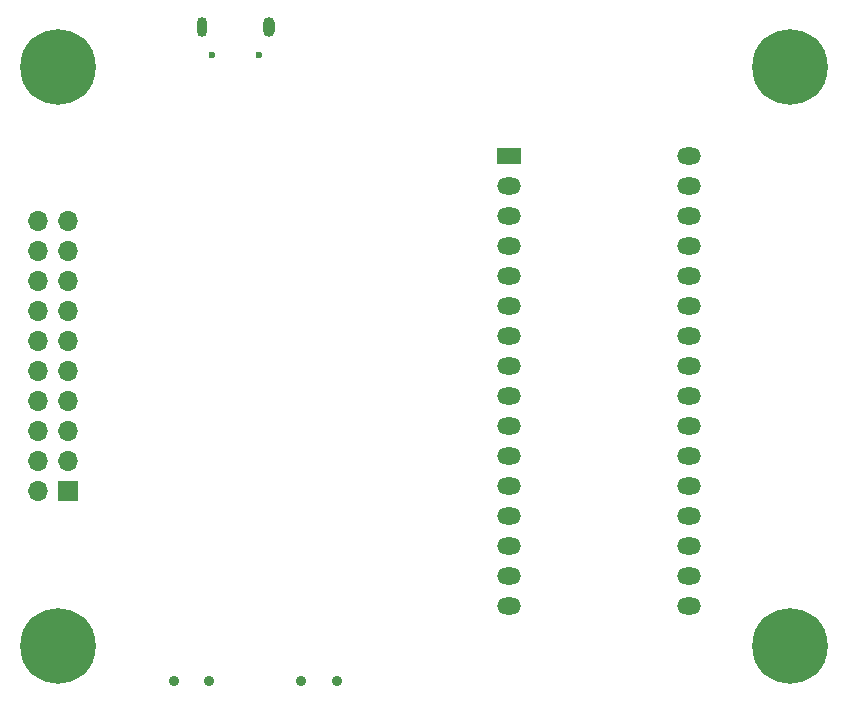
<source format=gbs>
G04 #@! TF.GenerationSoftware,KiCad,Pcbnew,7.0.7*
G04 #@! TF.CreationDate,2023-09-26T12:20:41-04:00*
G04 #@! TF.ProjectId,programmer,70726f67-7261-46d6-9d65-722e6b696361,rev?*
G04 #@! TF.SameCoordinates,Original*
G04 #@! TF.FileFunction,Soldermask,Bot*
G04 #@! TF.FilePolarity,Negative*
%FSLAX46Y46*%
G04 Gerber Fmt 4.6, Leading zero omitted, Abs format (unit mm)*
G04 Created by KiCad (PCBNEW 7.0.7) date 2023-09-26 12:20:41*
%MOMM*%
%LPD*%
G01*
G04 APERTURE LIST*
%ADD10C,0.900000*%
%ADD11C,0.600000*%
%ADD12O,1.000000X1.700000*%
%ADD13O,0.850000X1.700000*%
%ADD14C,0.800000*%
%ADD15C,6.400000*%
%ADD16R,1.700000X1.700000*%
%ADD17O,1.700000X1.700000*%
%ADD18R,2.000000X1.440000*%
%ADD19O,2.000000X1.440000*%
G04 APERTURE END LIST*
D10*
X136495000Y-129400000D03*
X139495000Y-129400000D03*
D11*
X132907500Y-76380000D03*
X128907500Y-76380000D03*
D12*
X133732500Y-74030000D03*
D13*
X128082500Y-74030000D03*
D14*
X113507500Y-126420000D03*
X114210444Y-124722944D03*
X114210444Y-128117056D03*
X115907500Y-124020000D03*
D15*
X115907500Y-126420000D03*
D14*
X115907500Y-128820000D03*
X117604556Y-124722944D03*
X117604556Y-128117056D03*
X118307500Y-126420000D03*
D16*
X116775000Y-113345000D03*
D17*
X114235000Y-113345000D03*
X116775000Y-110805000D03*
X114235000Y-110805000D03*
X116775000Y-108265000D03*
X114235000Y-108265000D03*
X116775000Y-105725000D03*
X114235000Y-105725000D03*
X116775000Y-103185000D03*
X114235000Y-103185000D03*
X116775000Y-100645000D03*
X114235000Y-100645000D03*
X116775000Y-98105000D03*
X114235000Y-98105000D03*
X116775000Y-95565000D03*
X114235000Y-95565000D03*
X116775000Y-93025000D03*
X114235000Y-93025000D03*
X116775000Y-90485000D03*
X114235000Y-90485000D03*
D10*
X125700000Y-129400000D03*
X128700000Y-129400000D03*
D18*
X154107500Y-84960000D03*
D19*
X154107500Y-87500000D03*
X154107500Y-90040000D03*
X154107500Y-92580000D03*
X154107500Y-95120000D03*
X154107500Y-97660000D03*
X154107500Y-100200000D03*
X154107500Y-102740000D03*
X154107500Y-105280000D03*
X154107500Y-107820000D03*
X154107500Y-110360000D03*
X154107500Y-112900000D03*
X154107500Y-115440000D03*
X154107500Y-117980000D03*
X154107500Y-120520000D03*
X154107500Y-123060000D03*
X169347500Y-123060000D03*
X169347500Y-120520000D03*
X169347500Y-117980000D03*
X169347500Y-115440000D03*
X169347500Y-112900000D03*
X169347500Y-110360000D03*
X169347500Y-107820000D03*
X169347500Y-105280000D03*
X169347500Y-102740000D03*
X169347500Y-100200000D03*
X169347500Y-97660000D03*
X169347500Y-95120000D03*
X169347500Y-92580000D03*
X169347500Y-90040000D03*
X169347500Y-87500000D03*
X169347500Y-84960000D03*
D14*
X175507500Y-77420000D03*
X176210444Y-75722944D03*
X176210444Y-79117056D03*
X177907500Y-75020000D03*
D15*
X177907500Y-77420000D03*
D14*
X177907500Y-79820000D03*
X179604556Y-75722944D03*
X179604556Y-79117056D03*
X180307500Y-77420000D03*
X113507500Y-77420000D03*
X114210444Y-75722944D03*
X114210444Y-79117056D03*
X115907500Y-75020000D03*
D15*
X115907500Y-77420000D03*
D14*
X115907500Y-79820000D03*
X117604556Y-75722944D03*
X117604556Y-79117056D03*
X118307500Y-77420000D03*
X175507500Y-126420000D03*
X176210444Y-124722944D03*
X176210444Y-128117056D03*
X177907500Y-124020000D03*
D15*
X177907500Y-126420000D03*
D14*
X177907500Y-128820000D03*
X179604556Y-124722944D03*
X179604556Y-128117056D03*
X180307500Y-126420000D03*
M02*

</source>
